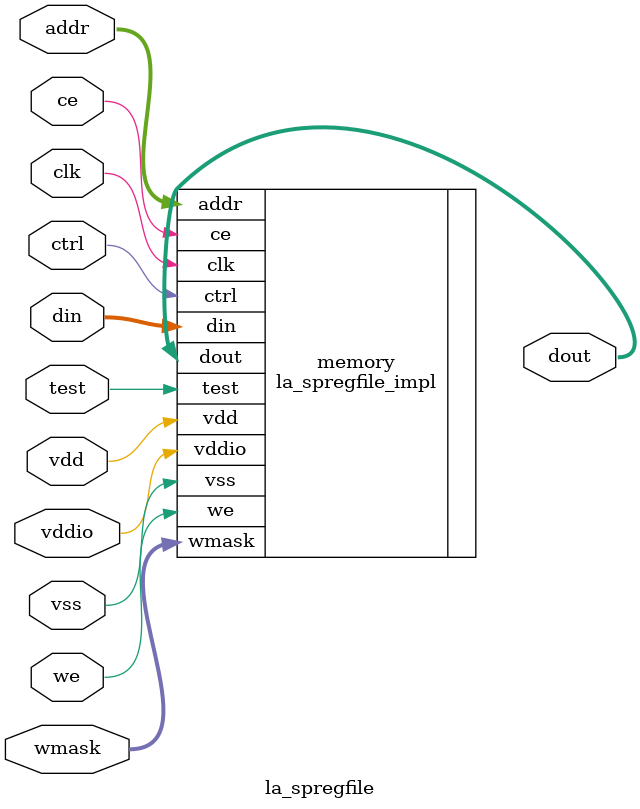
<source format=v>
/*****************************************************************************
 * Function: Single Port Register File
 * Copyright: Lambda Project Authors. All rights Reserved.
 * License:  MIT (see LICENSE file in Lambda repository)
 *
 * Docs:
 *
 * This is a wrapper for selecting from a set of hardened memory macros.
 *
 * A synthesizable reference model is used when the PROP is DEFAULT. The
 * synthesizable model does not implement the cfg and test interface and should
 * only be used for basic testing and for synthesizing for FPGA devices.
 * Advanced ASIC development should rely on complete functional models
 * supplied on a per macro basis.
 *
 * Technology specific implementations of "la_spregfile" would generally include
 * one or more hardcoded instantiations of RAM modules with a generate
 * statement relying on the "PROP" to select between the list of modules
 * at build time.
 *
 ****************************************************************************/

module la_spregfile #(
    parameter DW    = 32,         // Memory width
    parameter AW    = 10,         // Address width (derived)
    parameter PROP  = "DEFAULT",  // Pass through variable for hard macro
    parameter CTRLW = 1,          // Width of asic ctrl interface
    parameter TESTW = 1           // Width of asic test interface
) (  // Memory interface
    input             clk,   // write clock
    input             ce,    // chip enable
    input             we,    // write enable
    input [DW-1:0]    wmask, //per bit write mask
    input [AW-1:0]    addr,  //write address
    input [DW-1:0]    din,   //write data
    output [DW-1:0]   dout,  //read output data
    // Power signals
    input             vss,   // ground signal
    input             vdd,   // memory core array power
    input             vddio, // periphery/io power
    // Generic interfaces
    input [CTRLW-1:0] ctrl,  // pass through ASIC control interface
    input [TESTW-1:0] test   // pass through ASIC test interface
);

    la_spregfile_impl #(
        .DW     (DW),
        .AW     (AW),
        .PROP   (PROP),
        .CTRLW  (CTRLW),
        .TESTW  (TESTW)
    ) memory (
        .clk    (clk),
        .ce     (ce),
        .we     (we),
        .wmask  (wmask),
        .addr   (addr),
        .din    (din),
        .dout   (dout),

        .vss    (vss),
        .vdd    (vdd),
        .vddio  (vddio),

        .ctrl   (ctrl),
        .test   (test)
    );

endmodule

</source>
